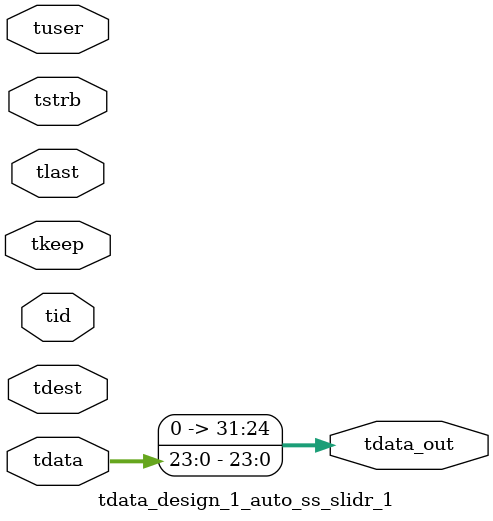
<source format=v>


`timescale 1ps/1ps

module tdata_design_1_auto_ss_slidr_1 #
(
parameter C_S_AXIS_TDATA_WIDTH = 32,
parameter C_S_AXIS_TUSER_WIDTH = 0,
parameter C_S_AXIS_TID_WIDTH   = 0,
parameter C_S_AXIS_TDEST_WIDTH = 0,
parameter C_M_AXIS_TDATA_WIDTH = 32
)
(
input  [(C_S_AXIS_TDATA_WIDTH == 0 ? 1 : C_S_AXIS_TDATA_WIDTH)-1:0     ] tdata,
input  [(C_S_AXIS_TUSER_WIDTH == 0 ? 1 : C_S_AXIS_TUSER_WIDTH)-1:0     ] tuser,
input  [(C_S_AXIS_TID_WIDTH   == 0 ? 1 : C_S_AXIS_TID_WIDTH)-1:0       ] tid,
input  [(C_S_AXIS_TDEST_WIDTH == 0 ? 1 : C_S_AXIS_TDEST_WIDTH)-1:0     ] tdest,
input  [(C_S_AXIS_TDATA_WIDTH/8)-1:0 ] tkeep,
input  [(C_S_AXIS_TDATA_WIDTH/8)-1:0 ] tstrb,
input                                                                    tlast,
output [C_M_AXIS_TDATA_WIDTH-1:0] tdata_out
);

assign tdata_out = {tdata[23:0]};

endmodule


</source>
